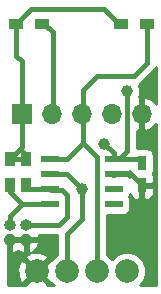
<source format=gbr>
G04 #@! TF.FileFunction,Copper,L1,Top,Signal*
%FSLAX46Y46*%
G04 Gerber Fmt 4.6, Leading zero omitted, Abs format (unit mm)*
G04 Created by KiCad (PCBNEW 4.0.6) date 11/10/17 20:31:32*
%MOMM*%
%LPD*%
G01*
G04 APERTURE LIST*
%ADD10C,0.100000*%
%ADD11R,1.700000X1.700000*%
%ADD12O,1.700000X1.700000*%
%ADD13O,1.000000X1.100000*%
%ADD14O,1.000000X1.000000*%
%ADD15C,2.000000*%
%ADD16R,1.550000X0.600000*%
%ADD17R,0.750000X1.200000*%
%ADD18R,0.900000X1.200000*%
%ADD19R,1.200000X0.900000*%
%ADD20C,1.000000*%
%ADD21C,0.400000*%
%ADD22C,0.254000*%
G04 APERTURE END LIST*
D10*
D11*
X126905000Y-106760000D03*
D12*
X129445000Y-106760000D03*
X131985000Y-106760000D03*
X134525000Y-106760000D03*
X137065000Y-106760000D03*
D13*
X127286000Y-117428000D03*
D14*
X127286000Y-116158000D03*
D13*
X125889000Y-117428000D03*
D14*
X125889000Y-116158000D03*
D15*
X135795000Y-120095000D03*
X133255000Y-120095000D03*
X130715000Y-120095000D03*
X128175000Y-120095000D03*
D16*
X129285000Y-110570000D03*
X129285000Y-111840000D03*
X129285000Y-113110000D03*
X129285000Y-114380000D03*
X134685000Y-114380000D03*
X134685000Y-113110000D03*
X134685000Y-111840000D03*
X134685000Y-110570000D03*
D17*
X137065000Y-110890000D03*
X137065000Y-112790000D03*
D18*
X127286000Y-110613000D03*
X127286000Y-112813000D03*
X125889000Y-110613000D03*
X125889000Y-112813000D03*
D19*
X135330000Y-99140000D03*
X137530000Y-99140000D03*
X126440000Y-99140000D03*
X128640000Y-99140000D03*
D20*
X134525000Y-116920000D03*
X131985000Y-113110000D03*
X133890000Y-109300000D03*
X135795000Y-104855000D03*
D21*
X137065000Y-116285000D02*
X137065000Y-112790000D01*
X136430000Y-116920000D02*
X137065000Y-116285000D01*
X134525000Y-116920000D02*
X136430000Y-116920000D01*
X134685000Y-111840000D02*
X136115000Y-111840000D01*
X136115000Y-111840000D02*
X137065000Y-112790000D01*
X133255000Y-120095000D02*
X133255000Y-110380000D01*
X133255000Y-110380000D02*
X132080000Y-109205000D01*
X137530000Y-99140000D02*
X137530000Y-102485000D01*
X137530000Y-102485000D02*
X136430000Y-103585000D01*
X129285000Y-110570000D02*
X130715000Y-110570000D01*
X130715000Y-110570000D02*
X132080000Y-109205000D01*
X132080000Y-104760000D02*
X132080000Y-107000000D01*
X133255000Y-103585000D02*
X132080000Y-104760000D01*
X136430000Y-103585000D02*
X133255000Y-103585000D01*
X132080000Y-109205000D02*
X132080000Y-107000000D01*
X131985000Y-113110000D02*
X131985000Y-115650000D01*
X130715000Y-116920000D02*
X130715000Y-120095000D01*
X131985000Y-115650000D02*
X130715000Y-116920000D01*
X129285000Y-111840000D02*
X130715000Y-111840000D01*
X130715000Y-111840000D02*
X131985000Y-113110000D01*
X128640000Y-99140000D02*
X128810000Y-99140000D01*
X128810000Y-99140000D02*
X129540000Y-99870000D01*
X129540000Y-99870000D02*
X129540000Y-107000000D01*
X127286000Y-116158000D02*
X130080000Y-116158000D01*
X130334000Y-113237000D02*
X129412000Y-113237000D01*
X130715000Y-113618000D02*
X130334000Y-113237000D01*
X130715000Y-115523000D02*
X130715000Y-113618000D01*
X130080000Y-116158000D02*
X130715000Y-115523000D01*
X129412000Y-113237000D02*
X129285000Y-113110000D01*
X127286000Y-112813000D02*
X127286000Y-112856000D01*
X127286000Y-112856000D02*
X127540000Y-113110000D01*
X127540000Y-113110000D02*
X129285000Y-113110000D01*
X125889000Y-116158000D02*
X125889000Y-115396000D01*
X125889000Y-115396000D02*
X126905000Y-114380000D01*
X125889000Y-112813000D02*
X125889000Y-113364000D01*
X125889000Y-113364000D02*
X126905000Y-114380000D01*
X126905000Y-114380000D02*
X129285000Y-114380000D01*
X127286000Y-110613000D02*
X127286000Y-110316000D01*
X127286000Y-110316000D02*
X126905000Y-109935000D01*
X127286000Y-110613000D02*
X125889000Y-110613000D01*
X126905000Y-106760000D02*
X126905000Y-109597000D01*
X126905000Y-109597000D02*
X125889000Y-110613000D01*
X134685000Y-110570000D02*
X134685000Y-110095000D01*
X134685000Y-110095000D02*
X133890000Y-109300000D01*
X126905000Y-106760000D02*
X126905000Y-102315000D01*
X126440000Y-101850000D02*
X126440000Y-99140000D01*
X126905000Y-102315000D02*
X126440000Y-101850000D01*
X135795000Y-109935000D02*
X135795000Y-104855000D01*
X135795000Y-109935000D02*
X135160000Y-110570000D01*
X134685000Y-110570000D02*
X135160000Y-110570000D01*
X134685000Y-110570000D02*
X134685000Y-110537000D01*
X134685000Y-110570000D02*
X136745000Y-110570000D01*
X136745000Y-110570000D02*
X137065000Y-110890000D01*
X135330000Y-99140000D02*
X135160000Y-99140000D01*
X135160000Y-99140000D02*
X133890000Y-97870000D01*
X127710000Y-97870000D02*
X126440000Y-99140000D01*
X133890000Y-97870000D02*
X127710000Y-97870000D01*
D22*
G36*
X138290000Y-105942133D02*
X138260183Y-105878642D01*
X137831924Y-105488355D01*
X137421890Y-105318524D01*
X137192000Y-105439845D01*
X137192000Y-106633000D01*
X137212000Y-106633000D01*
X137212000Y-106887000D01*
X137192000Y-106887000D01*
X137192000Y-108080155D01*
X137421890Y-108201476D01*
X137831924Y-108031645D01*
X138260183Y-107641358D01*
X138290000Y-107577867D01*
X138290000Y-121290000D01*
X136912173Y-121290000D01*
X137180278Y-121022363D01*
X137429716Y-120421648D01*
X137430284Y-119771205D01*
X137181894Y-119170057D01*
X136722363Y-118709722D01*
X136121648Y-118460284D01*
X135471205Y-118459716D01*
X134870057Y-118708106D01*
X134524801Y-119052759D01*
X134182363Y-118709722D01*
X134090000Y-118671370D01*
X134090000Y-115327440D01*
X135460000Y-115327440D01*
X135695317Y-115283162D01*
X135911441Y-115144090D01*
X136056431Y-114931890D01*
X136107440Y-114680000D01*
X136107440Y-114080000D01*
X136063162Y-113844683D01*
X135999322Y-113745472D01*
X136056431Y-113661890D01*
X136075762Y-113566432D01*
X136151673Y-113749698D01*
X136330301Y-113928327D01*
X136563690Y-114025000D01*
X136779250Y-114025000D01*
X136938000Y-113866250D01*
X136938000Y-112917000D01*
X137192000Y-112917000D01*
X137192000Y-113866250D01*
X137350750Y-114025000D01*
X137566310Y-114025000D01*
X137799699Y-113928327D01*
X137978327Y-113749698D01*
X138075000Y-113516309D01*
X138075000Y-113075750D01*
X137916250Y-112917000D01*
X137192000Y-112917000D01*
X136938000Y-112917000D01*
X136918000Y-112917000D01*
X136918000Y-112663000D01*
X136938000Y-112663000D01*
X136938000Y-112643000D01*
X137192000Y-112643000D01*
X137192000Y-112663000D01*
X137916250Y-112663000D01*
X138075000Y-112504250D01*
X138075000Y-112063691D01*
X137978327Y-111830302D01*
X137976957Y-111828932D01*
X138036431Y-111741890D01*
X138087440Y-111490000D01*
X138087440Y-110290000D01*
X138043162Y-110054683D01*
X137904090Y-109838559D01*
X137691890Y-109693569D01*
X137440000Y-109642560D01*
X136690000Y-109642560D01*
X136630000Y-109653850D01*
X136630000Y-108169124D01*
X136708110Y-108201476D01*
X136938000Y-108080155D01*
X136938000Y-106887000D01*
X136918000Y-106887000D01*
X136918000Y-106633000D01*
X136938000Y-106633000D01*
X136938000Y-105439845D01*
X136809311Y-105371931D01*
X136929803Y-105081756D01*
X136930197Y-104630225D01*
X136802460Y-104321079D01*
X137020434Y-104175434D01*
X138120434Y-103075434D01*
X138234024Y-102905434D01*
X138290000Y-102821661D01*
X138290000Y-105942133D01*
X138290000Y-105942133D01*
G37*
X138290000Y-105942133D02*
X138260183Y-105878642D01*
X137831924Y-105488355D01*
X137421890Y-105318524D01*
X137192000Y-105439845D01*
X137192000Y-106633000D01*
X137212000Y-106633000D01*
X137212000Y-106887000D01*
X137192000Y-106887000D01*
X137192000Y-108080155D01*
X137421890Y-108201476D01*
X137831924Y-108031645D01*
X138260183Y-107641358D01*
X138290000Y-107577867D01*
X138290000Y-121290000D01*
X136912173Y-121290000D01*
X137180278Y-121022363D01*
X137429716Y-120421648D01*
X137430284Y-119771205D01*
X137181894Y-119170057D01*
X136722363Y-118709722D01*
X136121648Y-118460284D01*
X135471205Y-118459716D01*
X134870057Y-118708106D01*
X134524801Y-119052759D01*
X134182363Y-118709722D01*
X134090000Y-118671370D01*
X134090000Y-115327440D01*
X135460000Y-115327440D01*
X135695317Y-115283162D01*
X135911441Y-115144090D01*
X136056431Y-114931890D01*
X136107440Y-114680000D01*
X136107440Y-114080000D01*
X136063162Y-113844683D01*
X135999322Y-113745472D01*
X136056431Y-113661890D01*
X136075762Y-113566432D01*
X136151673Y-113749698D01*
X136330301Y-113928327D01*
X136563690Y-114025000D01*
X136779250Y-114025000D01*
X136938000Y-113866250D01*
X136938000Y-112917000D01*
X137192000Y-112917000D01*
X137192000Y-113866250D01*
X137350750Y-114025000D01*
X137566310Y-114025000D01*
X137799699Y-113928327D01*
X137978327Y-113749698D01*
X138075000Y-113516309D01*
X138075000Y-113075750D01*
X137916250Y-112917000D01*
X137192000Y-112917000D01*
X136938000Y-112917000D01*
X136918000Y-112917000D01*
X136918000Y-112663000D01*
X136938000Y-112663000D01*
X136938000Y-112643000D01*
X137192000Y-112643000D01*
X137192000Y-112663000D01*
X137916250Y-112663000D01*
X138075000Y-112504250D01*
X138075000Y-112063691D01*
X137978327Y-111830302D01*
X137976957Y-111828932D01*
X138036431Y-111741890D01*
X138087440Y-111490000D01*
X138087440Y-110290000D01*
X138043162Y-110054683D01*
X137904090Y-109838559D01*
X137691890Y-109693569D01*
X137440000Y-109642560D01*
X136690000Y-109642560D01*
X136630000Y-109653850D01*
X136630000Y-108169124D01*
X136708110Y-108201476D01*
X136938000Y-108080155D01*
X136938000Y-106887000D01*
X136918000Y-106887000D01*
X136918000Y-106633000D01*
X136938000Y-106633000D01*
X136938000Y-105439845D01*
X136809311Y-105371931D01*
X136929803Y-105081756D01*
X136930197Y-104630225D01*
X136802460Y-104321079D01*
X137020434Y-104175434D01*
X138120434Y-103075434D01*
X138234024Y-102905434D01*
X138290000Y-102821661D01*
X138290000Y-105942133D01*
G36*
X129880000Y-118670942D02*
X129790057Y-118708106D01*
X129362438Y-119134978D01*
X129327532Y-119122073D01*
X128354605Y-120095000D01*
X129327532Y-121067927D01*
X129362938Y-121054836D01*
X129597691Y-121290000D01*
X129132226Y-121290000D01*
X129147927Y-121247532D01*
X128175000Y-120274605D01*
X127202073Y-121247532D01*
X127217774Y-121290000D01*
X125710000Y-121290000D01*
X125710000Y-119830461D01*
X126529092Y-119830461D01*
X126553144Y-120480460D01*
X126755613Y-120969264D01*
X127022468Y-121067927D01*
X127995395Y-120095000D01*
X127022468Y-119122073D01*
X126755613Y-119220736D01*
X126529092Y-119830461D01*
X125710000Y-119830461D01*
X125710000Y-118942468D01*
X127202073Y-118942468D01*
X128175000Y-119915395D01*
X129147927Y-118942468D01*
X129049264Y-118675613D01*
X128439539Y-118449092D01*
X127811411Y-118472335D01*
X127888310Y-118438008D01*
X128209841Y-118134438D01*
X128390726Y-117730931D01*
X128257942Y-117555000D01*
X127413000Y-117555000D01*
X127413000Y-118445954D01*
X127574277Y-118562309D01*
X127300736Y-118675613D01*
X127202073Y-118942468D01*
X125710000Y-118942468D01*
X125710000Y-118483470D01*
X125762000Y-118445954D01*
X125762000Y-117555000D01*
X126016000Y-117555000D01*
X126016000Y-118445954D01*
X126190874Y-118572119D01*
X126491310Y-118438008D01*
X126587500Y-118347191D01*
X126683690Y-118438008D01*
X126984126Y-118572119D01*
X127159000Y-118445954D01*
X127159000Y-117555000D01*
X126016000Y-117555000D01*
X125762000Y-117555000D01*
X125742000Y-117555000D01*
X125742000Y-117301000D01*
X125762000Y-117301000D01*
X125762000Y-117281000D01*
X125806436Y-117281000D01*
X125866764Y-117293000D01*
X125911236Y-117293000D01*
X125971564Y-117281000D01*
X126016000Y-117281000D01*
X126016000Y-117301000D01*
X127159000Y-117301000D01*
X127159000Y-117281000D01*
X127203436Y-117281000D01*
X127263764Y-117293000D01*
X127308236Y-117293000D01*
X127368564Y-117281000D01*
X127413000Y-117281000D01*
X127413000Y-117301000D01*
X128257942Y-117301000D01*
X128390726Y-117125069D01*
X128331522Y-116993000D01*
X129880000Y-116993000D01*
X129880000Y-118670942D01*
X129880000Y-118670942D01*
G37*
X129880000Y-118670942D02*
X129790057Y-118708106D01*
X129362438Y-119134978D01*
X129327532Y-119122073D01*
X128354605Y-120095000D01*
X129327532Y-121067927D01*
X129362938Y-121054836D01*
X129597691Y-121290000D01*
X129132226Y-121290000D01*
X129147927Y-121247532D01*
X128175000Y-120274605D01*
X127202073Y-121247532D01*
X127217774Y-121290000D01*
X125710000Y-121290000D01*
X125710000Y-119830461D01*
X126529092Y-119830461D01*
X126553144Y-120480460D01*
X126755613Y-120969264D01*
X127022468Y-121067927D01*
X127995395Y-120095000D01*
X127022468Y-119122073D01*
X126755613Y-119220736D01*
X126529092Y-119830461D01*
X125710000Y-119830461D01*
X125710000Y-118942468D01*
X127202073Y-118942468D01*
X128175000Y-119915395D01*
X129147927Y-118942468D01*
X129049264Y-118675613D01*
X128439539Y-118449092D01*
X127811411Y-118472335D01*
X127888310Y-118438008D01*
X128209841Y-118134438D01*
X128390726Y-117730931D01*
X128257942Y-117555000D01*
X127413000Y-117555000D01*
X127413000Y-118445954D01*
X127574277Y-118562309D01*
X127300736Y-118675613D01*
X127202073Y-118942468D01*
X125710000Y-118942468D01*
X125710000Y-118483470D01*
X125762000Y-118445954D01*
X125762000Y-117555000D01*
X126016000Y-117555000D01*
X126016000Y-118445954D01*
X126190874Y-118572119D01*
X126491310Y-118438008D01*
X126587500Y-118347191D01*
X126683690Y-118438008D01*
X126984126Y-118572119D01*
X127159000Y-118445954D01*
X127159000Y-117555000D01*
X126016000Y-117555000D01*
X125762000Y-117555000D01*
X125742000Y-117555000D01*
X125742000Y-117301000D01*
X125762000Y-117301000D01*
X125762000Y-117281000D01*
X125806436Y-117281000D01*
X125866764Y-117293000D01*
X125911236Y-117293000D01*
X125971564Y-117281000D01*
X126016000Y-117281000D01*
X126016000Y-117301000D01*
X127159000Y-117301000D01*
X127159000Y-117281000D01*
X127203436Y-117281000D01*
X127263764Y-117293000D01*
X127308236Y-117293000D01*
X127368564Y-117281000D01*
X127413000Y-117281000D01*
X127413000Y-117301000D01*
X128257942Y-117301000D01*
X128390726Y-117125069D01*
X128331522Y-116993000D01*
X129880000Y-116993000D01*
X129880000Y-118670942D01*
G36*
X136086838Y-111725317D02*
X136153329Y-111828646D01*
X136151673Y-111830302D01*
X136055000Y-112063691D01*
X136055000Y-112085750D01*
X135936250Y-111967000D01*
X134812000Y-111967000D01*
X134812000Y-111987000D01*
X134558000Y-111987000D01*
X134558000Y-111967000D01*
X134538000Y-111967000D01*
X134538000Y-111713000D01*
X134558000Y-111713000D01*
X134558000Y-111693000D01*
X134812000Y-111693000D01*
X134812000Y-111713000D01*
X135936250Y-111713000D01*
X136061040Y-111588210D01*
X136086838Y-111725317D01*
X136086838Y-111725317D01*
G37*
X136086838Y-111725317D02*
X136153329Y-111828646D01*
X136151673Y-111830302D01*
X136055000Y-112063691D01*
X136055000Y-112085750D01*
X135936250Y-111967000D01*
X134812000Y-111967000D01*
X134812000Y-111987000D01*
X134558000Y-111987000D01*
X134558000Y-111967000D01*
X134538000Y-111967000D01*
X134538000Y-111713000D01*
X134558000Y-111713000D01*
X134558000Y-111693000D01*
X134812000Y-111693000D01*
X134812000Y-111713000D01*
X135936250Y-111713000D01*
X136061040Y-111588210D01*
X136086838Y-111725317D01*
M02*

</source>
